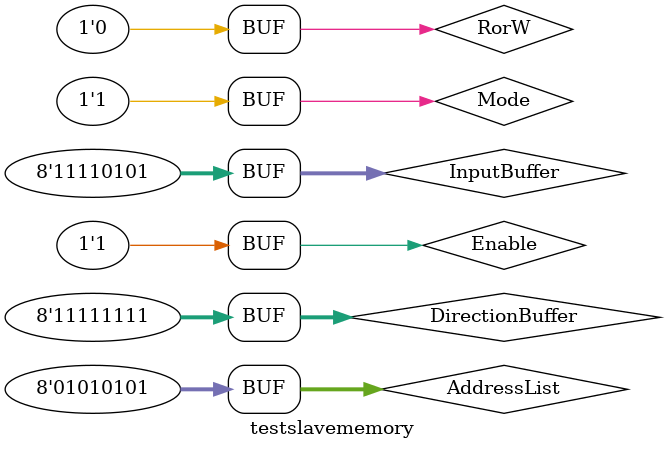
<source format=v>
`timescale 1 ns / 1 ns


module testslavememory();

parameter ADDRESSLENGTH = 8;
parameter ADDRESSNUM = 1;
parameter NBYTES = 2;


reg Enable = 1'b0;
reg Mode = 1'b0;
reg RorW = 1'b0;
wire[4:0] LocalAddressID;
reg [ADDRESSLENGTH-1: 0] DirectionBuffer = 1'b0;
wire AddressFound;
wire[8*NBYTES*ADDRESSNUM - 1: 0 ]Data;
wire [7:0]OutputBuffer;
reg [7:0]InputBuffer = 8'b00110011;
wire [((ADDRESSLENGTH)*ADDRESSNUM) - 1: 0]AddressList = 8'b01010101;


I2C_SLAVE_MEMORY #( ADDRESSLENGTH, ADDRESSNUM, NBYTES) i2c_slave_memory(Enable, RorW, DirectionBuffer, InputBuffer, OutputBuffer, AddressFound, AddressList, LocalAddressID);





//Prueba de la memoria
initial begin
#10; //Comprovamos que no disponemos de esta dirección y la bandera no se pone en alto
DirectionBuffer = 8'b00101111;//Dirección incorrecta
Mode = 1'b1;
Enable = 1'b0;
#10
Mode = 1'b1;
#10;
Mode = 1'b0;
#10
Enable = 1'b1;
#10
DirectionBuffer = 8'b11111111;//Dirección correcta
Enable = 1'b0;
#10;
Enable = 1'b1;
#10;
Enable = 1'b0;
#10;//Comprovamos el modulo de escritura
Mode = 1'b1;
InputBuffer = 8'b01010101;
RorW = 1'b1;
#10;
Enable = 1'b1;//Escribimos
#10;
Enable = 1'b0;//Vamos a añadir otro dato en la memoria
InputBuffer = 8'b11110101;
#10;
Enable = 1'b1;
#10;
Enable = 1'b0; //pasamos al modo lectura, vamos a leer los dos datos guardados
Mode = 1'b0;
#10 //Por seguridad, hay que mirar si disponemos de la dirección otra vez, además es lo que haría naturalmente el slave
Enable = 1'b1;
#10
Enable = 1'b0;//Procedemos a leer los datos guardados, el primer dato tiene que ser el 01010101 y el segundo 11110101
Mode = 1'b1;
RorW = 1'b0;
#10
Enable = 1'b1;
#10
Enable = 1'b0;
#10
Enable = 1'b1;
#10
Mode = 1'b1;
end




endmodule




</source>
